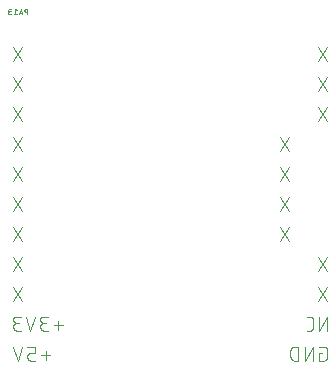
<source format=gbr>
G04 EAGLE Gerber X2 export*
%TF.Part,Single*%
%TF.FileFunction,Legend,Bot,1*%
%TF.FilePolarity,Positive*%
%TF.GenerationSoftware,Autodesk,EAGLE,8.6.0*%
%TF.CreationDate,2018-09-01T13:25:50Z*%
G75*
%MOMM*%
%FSLAX34Y34*%
%LPD*%
%AMOC8*
5,1,8,0,0,1.08239X$1,22.5*%
G01*
%ADD10C,0.101600*%
%ADD11C,0.050800*%


D10*
X70019Y17752D02*
X62230Y17752D01*
X66125Y21646D02*
X66125Y13857D01*
X57178Y13208D02*
X53284Y13208D01*
X53185Y13210D01*
X53085Y13216D01*
X52986Y13225D01*
X52888Y13238D01*
X52790Y13255D01*
X52692Y13276D01*
X52596Y13301D01*
X52501Y13329D01*
X52407Y13361D01*
X52314Y13396D01*
X52222Y13435D01*
X52132Y13478D01*
X52044Y13523D01*
X51957Y13573D01*
X51873Y13625D01*
X51790Y13681D01*
X51710Y13739D01*
X51632Y13801D01*
X51557Y13866D01*
X51484Y13934D01*
X51414Y14004D01*
X51346Y14077D01*
X51281Y14152D01*
X51219Y14230D01*
X51161Y14310D01*
X51105Y14393D01*
X51053Y14477D01*
X51003Y14564D01*
X50958Y14652D01*
X50915Y14742D01*
X50876Y14834D01*
X50841Y14927D01*
X50809Y15021D01*
X50781Y15116D01*
X50756Y15212D01*
X50735Y15310D01*
X50718Y15408D01*
X50705Y15506D01*
X50696Y15605D01*
X50690Y15705D01*
X50688Y15804D01*
X50687Y15804D02*
X50687Y17103D01*
X50688Y17103D02*
X50690Y17202D01*
X50696Y17302D01*
X50705Y17401D01*
X50718Y17499D01*
X50735Y17597D01*
X50756Y17695D01*
X50781Y17791D01*
X50809Y17886D01*
X50841Y17980D01*
X50876Y18073D01*
X50915Y18165D01*
X50958Y18255D01*
X51003Y18343D01*
X51053Y18430D01*
X51105Y18514D01*
X51161Y18597D01*
X51219Y18677D01*
X51281Y18755D01*
X51346Y18830D01*
X51414Y18903D01*
X51484Y18973D01*
X51557Y19041D01*
X51632Y19106D01*
X51710Y19168D01*
X51790Y19226D01*
X51873Y19282D01*
X51957Y19334D01*
X52044Y19384D01*
X52132Y19429D01*
X52222Y19472D01*
X52314Y19511D01*
X52407Y19546D01*
X52501Y19578D01*
X52596Y19606D01*
X52692Y19631D01*
X52790Y19652D01*
X52888Y19669D01*
X52986Y19682D01*
X53085Y19691D01*
X53185Y19697D01*
X53284Y19699D01*
X57178Y19699D01*
X57178Y24892D01*
X50687Y24892D01*
X46397Y24892D02*
X42503Y13208D01*
X38608Y24892D01*
X73011Y43152D02*
X80800Y43152D01*
X76906Y47046D02*
X76906Y39257D01*
X67959Y38608D02*
X64714Y38608D01*
X64601Y38610D01*
X64488Y38616D01*
X64375Y38626D01*
X64262Y38640D01*
X64150Y38657D01*
X64039Y38679D01*
X63929Y38704D01*
X63819Y38734D01*
X63711Y38767D01*
X63604Y38804D01*
X63498Y38844D01*
X63394Y38889D01*
X63291Y38937D01*
X63190Y38988D01*
X63091Y39043D01*
X62994Y39101D01*
X62899Y39163D01*
X62806Y39228D01*
X62716Y39296D01*
X62628Y39367D01*
X62542Y39442D01*
X62459Y39519D01*
X62379Y39599D01*
X62302Y39682D01*
X62227Y39768D01*
X62156Y39856D01*
X62088Y39946D01*
X62023Y40039D01*
X61961Y40134D01*
X61903Y40231D01*
X61848Y40330D01*
X61797Y40431D01*
X61749Y40534D01*
X61704Y40638D01*
X61664Y40744D01*
X61627Y40851D01*
X61594Y40959D01*
X61564Y41069D01*
X61539Y41179D01*
X61517Y41290D01*
X61500Y41402D01*
X61486Y41515D01*
X61476Y41628D01*
X61470Y41741D01*
X61468Y41854D01*
X61470Y41967D01*
X61476Y42080D01*
X61486Y42193D01*
X61500Y42306D01*
X61517Y42418D01*
X61539Y42529D01*
X61564Y42639D01*
X61594Y42749D01*
X61627Y42857D01*
X61664Y42964D01*
X61704Y43070D01*
X61749Y43174D01*
X61797Y43277D01*
X61848Y43378D01*
X61903Y43477D01*
X61961Y43574D01*
X62023Y43669D01*
X62088Y43762D01*
X62156Y43852D01*
X62227Y43940D01*
X62302Y44026D01*
X62379Y44109D01*
X62459Y44189D01*
X62542Y44266D01*
X62628Y44341D01*
X62716Y44412D01*
X62806Y44480D01*
X62899Y44545D01*
X62994Y44607D01*
X63091Y44665D01*
X63190Y44720D01*
X63291Y44771D01*
X63394Y44819D01*
X63498Y44864D01*
X63604Y44904D01*
X63711Y44941D01*
X63819Y44974D01*
X63929Y45004D01*
X64039Y45029D01*
X64150Y45051D01*
X64262Y45068D01*
X64375Y45082D01*
X64488Y45092D01*
X64601Y45098D01*
X64714Y45100D01*
X64064Y50292D02*
X67959Y50292D01*
X64064Y50292D02*
X63963Y50290D01*
X63863Y50284D01*
X63763Y50274D01*
X63663Y50261D01*
X63564Y50243D01*
X63465Y50222D01*
X63368Y50197D01*
X63271Y50168D01*
X63176Y50135D01*
X63082Y50099D01*
X62990Y50059D01*
X62899Y50016D01*
X62810Y49969D01*
X62723Y49919D01*
X62637Y49865D01*
X62554Y49808D01*
X62474Y49748D01*
X62395Y49685D01*
X62319Y49618D01*
X62246Y49549D01*
X62176Y49477D01*
X62108Y49403D01*
X62043Y49326D01*
X61982Y49246D01*
X61923Y49164D01*
X61868Y49080D01*
X61816Y48994D01*
X61767Y48906D01*
X61722Y48816D01*
X61680Y48724D01*
X61642Y48631D01*
X61608Y48536D01*
X61577Y48441D01*
X61550Y48344D01*
X61527Y48246D01*
X61507Y48147D01*
X61492Y48047D01*
X61480Y47947D01*
X61472Y47847D01*
X61468Y47746D01*
X61468Y47646D01*
X61472Y47545D01*
X61480Y47445D01*
X61492Y47345D01*
X61507Y47245D01*
X61527Y47146D01*
X61550Y47048D01*
X61577Y46951D01*
X61608Y46856D01*
X61642Y46761D01*
X61680Y46668D01*
X61722Y46576D01*
X61767Y46486D01*
X61816Y46398D01*
X61868Y46312D01*
X61923Y46228D01*
X61982Y46146D01*
X62043Y46066D01*
X62108Y45989D01*
X62176Y45915D01*
X62246Y45843D01*
X62319Y45774D01*
X62395Y45707D01*
X62474Y45644D01*
X62554Y45584D01*
X62637Y45527D01*
X62723Y45473D01*
X62810Y45423D01*
X62899Y45376D01*
X62990Y45333D01*
X63082Y45293D01*
X63176Y45257D01*
X63271Y45224D01*
X63368Y45195D01*
X63465Y45170D01*
X63564Y45149D01*
X63663Y45131D01*
X63763Y45118D01*
X63863Y45108D01*
X63963Y45102D01*
X64064Y45100D01*
X64064Y45099D02*
X66661Y45099D01*
X57178Y50292D02*
X53284Y38608D01*
X49389Y50292D01*
X45099Y38608D02*
X41854Y38608D01*
X41741Y38610D01*
X41628Y38616D01*
X41515Y38626D01*
X41402Y38640D01*
X41290Y38657D01*
X41179Y38679D01*
X41069Y38704D01*
X40959Y38734D01*
X40851Y38767D01*
X40744Y38804D01*
X40638Y38844D01*
X40534Y38889D01*
X40431Y38937D01*
X40330Y38988D01*
X40231Y39043D01*
X40134Y39101D01*
X40039Y39163D01*
X39946Y39228D01*
X39856Y39296D01*
X39768Y39367D01*
X39682Y39442D01*
X39599Y39519D01*
X39519Y39599D01*
X39442Y39682D01*
X39367Y39768D01*
X39296Y39856D01*
X39228Y39946D01*
X39163Y40039D01*
X39101Y40134D01*
X39043Y40231D01*
X38988Y40330D01*
X38937Y40431D01*
X38889Y40534D01*
X38844Y40638D01*
X38804Y40744D01*
X38767Y40851D01*
X38734Y40959D01*
X38704Y41069D01*
X38679Y41179D01*
X38657Y41290D01*
X38640Y41402D01*
X38626Y41515D01*
X38616Y41628D01*
X38610Y41741D01*
X38608Y41854D01*
X38610Y41967D01*
X38616Y42080D01*
X38626Y42193D01*
X38640Y42306D01*
X38657Y42418D01*
X38679Y42529D01*
X38704Y42639D01*
X38734Y42749D01*
X38767Y42857D01*
X38804Y42964D01*
X38844Y43070D01*
X38889Y43174D01*
X38937Y43277D01*
X38988Y43378D01*
X39043Y43477D01*
X39101Y43574D01*
X39163Y43669D01*
X39228Y43762D01*
X39296Y43852D01*
X39367Y43940D01*
X39442Y44026D01*
X39519Y44109D01*
X39599Y44189D01*
X39682Y44266D01*
X39768Y44341D01*
X39856Y44412D01*
X39946Y44480D01*
X40039Y44545D01*
X40134Y44607D01*
X40231Y44665D01*
X40330Y44720D01*
X40431Y44771D01*
X40534Y44819D01*
X40638Y44864D01*
X40744Y44904D01*
X40851Y44941D01*
X40959Y44974D01*
X41069Y45004D01*
X41179Y45029D01*
X41290Y45051D01*
X41402Y45068D01*
X41515Y45082D01*
X41628Y45092D01*
X41741Y45098D01*
X41854Y45100D01*
X41204Y50292D02*
X45099Y50292D01*
X41204Y50292D02*
X41103Y50290D01*
X41003Y50284D01*
X40903Y50274D01*
X40803Y50261D01*
X40704Y50243D01*
X40605Y50222D01*
X40508Y50197D01*
X40411Y50168D01*
X40316Y50135D01*
X40222Y50099D01*
X40130Y50059D01*
X40039Y50016D01*
X39950Y49969D01*
X39863Y49919D01*
X39777Y49865D01*
X39694Y49808D01*
X39614Y49748D01*
X39535Y49685D01*
X39459Y49618D01*
X39386Y49549D01*
X39316Y49477D01*
X39248Y49403D01*
X39183Y49326D01*
X39122Y49246D01*
X39063Y49164D01*
X39008Y49080D01*
X38956Y48994D01*
X38907Y48906D01*
X38862Y48816D01*
X38820Y48724D01*
X38782Y48631D01*
X38748Y48536D01*
X38717Y48441D01*
X38690Y48344D01*
X38667Y48246D01*
X38647Y48147D01*
X38632Y48047D01*
X38620Y47947D01*
X38612Y47847D01*
X38608Y47746D01*
X38608Y47646D01*
X38612Y47545D01*
X38620Y47445D01*
X38632Y47345D01*
X38647Y47245D01*
X38667Y47146D01*
X38690Y47048D01*
X38717Y46951D01*
X38748Y46856D01*
X38782Y46761D01*
X38820Y46668D01*
X38862Y46576D01*
X38907Y46486D01*
X38956Y46398D01*
X39008Y46312D01*
X39063Y46228D01*
X39122Y46146D01*
X39183Y46066D01*
X39248Y45989D01*
X39316Y45915D01*
X39386Y45843D01*
X39459Y45774D01*
X39535Y45707D01*
X39614Y45644D01*
X39694Y45584D01*
X39777Y45527D01*
X39863Y45473D01*
X39950Y45423D01*
X40039Y45376D01*
X40130Y45333D01*
X40222Y45293D01*
X40316Y45257D01*
X40411Y45224D01*
X40508Y45195D01*
X40605Y45170D01*
X40704Y45149D01*
X40803Y45131D01*
X40903Y45118D01*
X41003Y45108D01*
X41103Y45102D01*
X41204Y45100D01*
X41204Y45099D02*
X43801Y45099D01*
X297801Y19699D02*
X299748Y19699D01*
X297801Y19699D02*
X297801Y13208D01*
X301696Y13208D01*
X301795Y13210D01*
X301895Y13216D01*
X301994Y13225D01*
X302092Y13238D01*
X302190Y13255D01*
X302288Y13276D01*
X302384Y13301D01*
X302479Y13329D01*
X302573Y13361D01*
X302666Y13396D01*
X302758Y13435D01*
X302848Y13478D01*
X302936Y13523D01*
X303023Y13573D01*
X303107Y13625D01*
X303190Y13681D01*
X303270Y13739D01*
X303348Y13801D01*
X303423Y13866D01*
X303496Y13934D01*
X303566Y14004D01*
X303634Y14077D01*
X303699Y14152D01*
X303761Y14230D01*
X303819Y14310D01*
X303875Y14393D01*
X303927Y14477D01*
X303977Y14564D01*
X304022Y14652D01*
X304065Y14742D01*
X304104Y14834D01*
X304139Y14927D01*
X304171Y15021D01*
X304199Y15116D01*
X304224Y15212D01*
X304245Y15310D01*
X304262Y15408D01*
X304275Y15506D01*
X304284Y15605D01*
X304290Y15705D01*
X304292Y15804D01*
X304292Y22296D01*
X304290Y22395D01*
X304284Y22495D01*
X304275Y22594D01*
X304262Y22692D01*
X304245Y22790D01*
X304224Y22888D01*
X304199Y22984D01*
X304171Y23079D01*
X304139Y23173D01*
X304104Y23266D01*
X304065Y23358D01*
X304022Y23448D01*
X303977Y23536D01*
X303927Y23623D01*
X303875Y23707D01*
X303819Y23790D01*
X303761Y23870D01*
X303699Y23948D01*
X303634Y24023D01*
X303566Y24096D01*
X303496Y24166D01*
X303423Y24234D01*
X303348Y24299D01*
X303270Y24361D01*
X303190Y24419D01*
X303107Y24475D01*
X303023Y24527D01*
X302936Y24577D01*
X302848Y24622D01*
X302758Y24665D01*
X302666Y24704D01*
X302573Y24739D01*
X302479Y24771D01*
X302384Y24799D01*
X302288Y24824D01*
X302190Y24845D01*
X302092Y24862D01*
X301994Y24875D01*
X301895Y24884D01*
X301795Y24890D01*
X301696Y24892D01*
X297801Y24892D01*
X292100Y24892D02*
X292100Y13208D01*
X285609Y13208D02*
X292100Y24892D01*
X285609Y24892D02*
X285609Y13208D01*
X279908Y13208D02*
X279908Y24892D01*
X276663Y24892D01*
X276550Y24890D01*
X276437Y24884D01*
X276324Y24874D01*
X276211Y24860D01*
X276099Y24843D01*
X275988Y24821D01*
X275878Y24796D01*
X275768Y24766D01*
X275660Y24733D01*
X275553Y24696D01*
X275447Y24656D01*
X275343Y24611D01*
X275240Y24563D01*
X275139Y24512D01*
X275040Y24457D01*
X274943Y24399D01*
X274848Y24337D01*
X274755Y24272D01*
X274665Y24204D01*
X274577Y24133D01*
X274491Y24058D01*
X274408Y23981D01*
X274328Y23901D01*
X274251Y23818D01*
X274176Y23732D01*
X274105Y23644D01*
X274037Y23554D01*
X273972Y23461D01*
X273910Y23366D01*
X273852Y23269D01*
X273797Y23170D01*
X273746Y23069D01*
X273698Y22966D01*
X273653Y22862D01*
X273613Y22756D01*
X273576Y22649D01*
X273543Y22541D01*
X273513Y22431D01*
X273488Y22321D01*
X273466Y22210D01*
X273449Y22098D01*
X273435Y21985D01*
X273425Y21872D01*
X273419Y21759D01*
X273417Y21646D01*
X273417Y16454D01*
X273419Y16341D01*
X273425Y16228D01*
X273435Y16115D01*
X273449Y16002D01*
X273466Y15890D01*
X273488Y15779D01*
X273513Y15669D01*
X273543Y15559D01*
X273576Y15451D01*
X273613Y15344D01*
X273653Y15238D01*
X273698Y15134D01*
X273746Y15031D01*
X273797Y14930D01*
X273852Y14831D01*
X273910Y14734D01*
X273972Y14639D01*
X274037Y14546D01*
X274105Y14456D01*
X274176Y14368D01*
X274251Y14282D01*
X274328Y14199D01*
X274408Y14119D01*
X274491Y14042D01*
X274577Y13967D01*
X274665Y13896D01*
X274755Y13828D01*
X274848Y13763D01*
X274943Y13701D01*
X275040Y13643D01*
X275139Y13588D01*
X275240Y13537D01*
X275343Y13489D01*
X275447Y13444D01*
X275553Y13404D01*
X275660Y13367D01*
X275768Y13334D01*
X275878Y13304D01*
X275988Y13279D01*
X276099Y13257D01*
X276211Y13240D01*
X276324Y13226D01*
X276437Y13216D01*
X276550Y13210D01*
X276663Y13208D01*
X279908Y13208D01*
X304292Y38608D02*
X304292Y50292D01*
X297801Y38608D01*
X297801Y50292D01*
X289918Y38608D02*
X287321Y38608D01*
X289918Y38608D02*
X290017Y38610D01*
X290117Y38616D01*
X290216Y38625D01*
X290314Y38638D01*
X290412Y38655D01*
X290510Y38676D01*
X290606Y38701D01*
X290701Y38729D01*
X290795Y38761D01*
X290888Y38796D01*
X290980Y38835D01*
X291070Y38878D01*
X291158Y38923D01*
X291245Y38973D01*
X291329Y39025D01*
X291412Y39081D01*
X291492Y39139D01*
X291570Y39201D01*
X291645Y39266D01*
X291718Y39334D01*
X291788Y39404D01*
X291856Y39477D01*
X291921Y39552D01*
X291983Y39630D01*
X292041Y39710D01*
X292097Y39793D01*
X292149Y39877D01*
X292199Y39964D01*
X292244Y40052D01*
X292287Y40142D01*
X292326Y40234D01*
X292361Y40327D01*
X292393Y40421D01*
X292421Y40516D01*
X292446Y40612D01*
X292467Y40710D01*
X292484Y40808D01*
X292497Y40906D01*
X292506Y41005D01*
X292512Y41105D01*
X292514Y41204D01*
X292514Y47696D01*
X292512Y47795D01*
X292506Y47895D01*
X292497Y47994D01*
X292484Y48092D01*
X292467Y48190D01*
X292446Y48288D01*
X292421Y48384D01*
X292393Y48479D01*
X292361Y48573D01*
X292326Y48666D01*
X292287Y48758D01*
X292244Y48848D01*
X292199Y48936D01*
X292149Y49023D01*
X292097Y49107D01*
X292041Y49190D01*
X291983Y49270D01*
X291921Y49348D01*
X291856Y49423D01*
X291788Y49496D01*
X291718Y49566D01*
X291645Y49634D01*
X291570Y49699D01*
X291492Y49761D01*
X291412Y49819D01*
X291329Y49875D01*
X291245Y49927D01*
X291158Y49977D01*
X291070Y50022D01*
X290980Y50065D01*
X290888Y50104D01*
X290795Y50139D01*
X290701Y50171D01*
X290606Y50199D01*
X290510Y50224D01*
X290412Y50245D01*
X290314Y50262D01*
X290216Y50275D01*
X290117Y50284D01*
X290017Y50290D01*
X289918Y50292D01*
X287321Y50292D01*
X46397Y64008D02*
X38608Y75692D01*
X46397Y75692D02*
X38608Y64008D01*
X46397Y89408D02*
X38608Y101092D01*
X46397Y101092D02*
X38608Y89408D01*
X46397Y114808D02*
X38608Y126492D01*
X46397Y126492D02*
X38608Y114808D01*
X46397Y140208D02*
X38608Y151892D01*
X46397Y151892D02*
X38608Y140208D01*
X46397Y165608D02*
X38608Y177292D01*
X46397Y177292D02*
X38608Y165608D01*
X46397Y191008D02*
X38608Y202692D01*
X46397Y202692D02*
X38608Y191008D01*
X46397Y216408D02*
X38608Y228092D01*
X46397Y228092D02*
X38608Y216408D01*
X46397Y241808D02*
X38608Y253492D01*
X46397Y253492D02*
X38608Y241808D01*
X46397Y267208D02*
X38608Y278892D01*
X46397Y278892D02*
X38608Y267208D01*
X296503Y75692D02*
X304292Y64008D01*
X296503Y64008D02*
X304292Y75692D01*
X304292Y89408D02*
X296503Y101092D01*
X304292Y101092D02*
X296503Y89408D01*
X304292Y216408D02*
X296503Y228092D01*
X304292Y228092D02*
X296503Y216408D01*
X304292Y241808D02*
X296503Y253492D01*
X304292Y253492D02*
X296503Y241808D01*
X304292Y267208D02*
X296503Y278892D01*
X304292Y278892D02*
X296503Y267208D01*
X264753Y202692D02*
X272542Y191008D01*
X264753Y191008D02*
X272542Y202692D01*
X264753Y177292D02*
X272542Y165608D01*
X264753Y165608D02*
X272542Y177292D01*
X264753Y151892D02*
X272542Y140208D01*
X264753Y140208D02*
X272542Y151892D01*
X264753Y126492D02*
X272542Y114808D01*
X264753Y114808D02*
X272542Y126492D01*
D11*
X50546Y306324D02*
X50546Y310896D01*
X49276Y310896D01*
X49206Y310894D01*
X49136Y310888D01*
X49067Y310879D01*
X48998Y310865D01*
X48930Y310848D01*
X48864Y310827D01*
X48798Y310803D01*
X48734Y310775D01*
X48672Y310743D01*
X48611Y310708D01*
X48552Y310670D01*
X48496Y310628D01*
X48442Y310584D01*
X48390Y310536D01*
X48342Y310486D01*
X48296Y310433D01*
X48253Y310378D01*
X48213Y310321D01*
X48176Y310261D01*
X48143Y310199D01*
X48113Y310136D01*
X48087Y310071D01*
X48064Y310005D01*
X48045Y309938D01*
X48030Y309869D01*
X48018Y309800D01*
X48010Y309731D01*
X48006Y309661D01*
X48006Y309591D01*
X48010Y309521D01*
X48018Y309452D01*
X48030Y309383D01*
X48045Y309314D01*
X48064Y309247D01*
X48087Y309181D01*
X48113Y309116D01*
X48143Y309053D01*
X48176Y308991D01*
X48213Y308931D01*
X48253Y308874D01*
X48296Y308819D01*
X48342Y308766D01*
X48390Y308716D01*
X48442Y308668D01*
X48496Y308624D01*
X48552Y308582D01*
X48611Y308544D01*
X48672Y308509D01*
X48734Y308477D01*
X48798Y308449D01*
X48864Y308425D01*
X48930Y308404D01*
X48998Y308387D01*
X49067Y308373D01*
X49136Y308364D01*
X49206Y308358D01*
X49276Y308356D01*
X50546Y308356D01*
X46457Y306324D02*
X44933Y310896D01*
X43409Y306324D01*
X43790Y307467D02*
X46076Y307467D01*
X41631Y309880D02*
X40361Y310896D01*
X40361Y306324D01*
X41631Y306324D02*
X39091Y306324D01*
X37059Y306324D02*
X35789Y306324D01*
X35719Y306326D01*
X35649Y306332D01*
X35580Y306341D01*
X35511Y306355D01*
X35443Y306372D01*
X35377Y306393D01*
X35311Y306417D01*
X35247Y306445D01*
X35185Y306477D01*
X35124Y306512D01*
X35065Y306550D01*
X35009Y306592D01*
X34955Y306636D01*
X34903Y306684D01*
X34855Y306734D01*
X34809Y306787D01*
X34766Y306842D01*
X34726Y306899D01*
X34689Y306959D01*
X34656Y307021D01*
X34626Y307084D01*
X34600Y307149D01*
X34577Y307215D01*
X34558Y307282D01*
X34543Y307351D01*
X34531Y307420D01*
X34523Y307489D01*
X34519Y307559D01*
X34519Y307629D01*
X34523Y307699D01*
X34531Y307768D01*
X34543Y307837D01*
X34558Y307906D01*
X34577Y307973D01*
X34600Y308039D01*
X34626Y308104D01*
X34656Y308167D01*
X34689Y308229D01*
X34726Y308289D01*
X34766Y308346D01*
X34809Y308401D01*
X34855Y308454D01*
X34903Y308504D01*
X34955Y308552D01*
X35009Y308596D01*
X35065Y308638D01*
X35124Y308676D01*
X35185Y308711D01*
X35247Y308743D01*
X35311Y308771D01*
X35377Y308795D01*
X35443Y308816D01*
X35511Y308833D01*
X35580Y308847D01*
X35649Y308856D01*
X35719Y308862D01*
X35789Y308864D01*
X35535Y310896D02*
X37059Y310896D01*
X35535Y310896D02*
X35472Y310894D01*
X35410Y310888D01*
X35348Y310879D01*
X35287Y310865D01*
X35227Y310848D01*
X35168Y310827D01*
X35110Y310803D01*
X35054Y310775D01*
X35000Y310744D01*
X34948Y310709D01*
X34898Y310672D01*
X34851Y310631D01*
X34806Y310587D01*
X34763Y310541D01*
X34724Y310492D01*
X34688Y310441D01*
X34655Y310388D01*
X34626Y310333D01*
X34599Y310276D01*
X34577Y310218D01*
X34558Y310158D01*
X34543Y310097D01*
X34531Y310036D01*
X34523Y309974D01*
X34519Y309911D01*
X34519Y309849D01*
X34523Y309786D01*
X34531Y309724D01*
X34543Y309663D01*
X34558Y309602D01*
X34577Y309542D01*
X34599Y309484D01*
X34626Y309427D01*
X34655Y309372D01*
X34688Y309319D01*
X34724Y309268D01*
X34763Y309219D01*
X34806Y309173D01*
X34851Y309129D01*
X34898Y309088D01*
X34948Y309051D01*
X35000Y309016D01*
X35054Y308985D01*
X35110Y308957D01*
X35168Y308933D01*
X35227Y308912D01*
X35287Y308895D01*
X35348Y308881D01*
X35410Y308872D01*
X35472Y308866D01*
X35535Y308864D01*
X36551Y308864D01*
M02*

</source>
